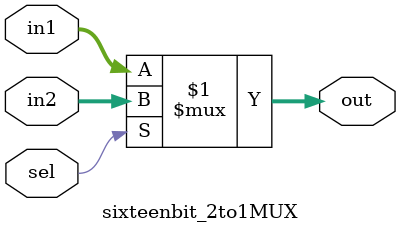
<source format=v>
`timescale 1ns / 1ps

module sixteenbit_2to1MUX(in1,in2, sel, out);

input [15:0]in1,in2;
input sel;
output [15:0]out;

assign out = sel? in2 : in1;

endmodule


</source>
